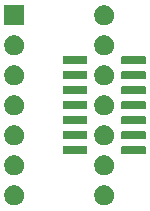
<source format=gbr>
G04 #@! TF.GenerationSoftware,KiCad,Pcbnew,(5.1.5)-3*
G04 #@! TF.CreationDate,2020-06-08T21:20:55-04:00*
G04 #@! TF.ProjectId,dip14soic,64697031-3473-46f6-9963-2e6b69636164,rev?*
G04 #@! TF.SameCoordinates,Original*
G04 #@! TF.FileFunction,Soldermask,Top*
G04 #@! TF.FilePolarity,Negative*
%FSLAX46Y46*%
G04 Gerber Fmt 4.6, Leading zero omitted, Abs format (unit mm)*
G04 Created by KiCad (PCBNEW (5.1.5)-3) date 2020-06-08 21:20:55*
%MOMM*%
%LPD*%
G04 APERTURE LIST*
%ADD10C,0.100000*%
G04 APERTURE END LIST*
D10*
G36*
X114548228Y-85541703D02*
G01*
X114703100Y-85605853D01*
X114842481Y-85698985D01*
X114961015Y-85817519D01*
X115054147Y-85956900D01*
X115118297Y-86111772D01*
X115151000Y-86276184D01*
X115151000Y-86443816D01*
X115118297Y-86608228D01*
X115054147Y-86763100D01*
X114961015Y-86902481D01*
X114842481Y-87021015D01*
X114703100Y-87114147D01*
X114548228Y-87178297D01*
X114383816Y-87211000D01*
X114216184Y-87211000D01*
X114051772Y-87178297D01*
X113896900Y-87114147D01*
X113757519Y-87021015D01*
X113638985Y-86902481D01*
X113545853Y-86763100D01*
X113481703Y-86608228D01*
X113449000Y-86443816D01*
X113449000Y-86276184D01*
X113481703Y-86111772D01*
X113545853Y-85956900D01*
X113638985Y-85817519D01*
X113757519Y-85698985D01*
X113896900Y-85605853D01*
X114051772Y-85541703D01*
X114216184Y-85509000D01*
X114383816Y-85509000D01*
X114548228Y-85541703D01*
G37*
G36*
X106928228Y-85541703D02*
G01*
X107083100Y-85605853D01*
X107222481Y-85698985D01*
X107341015Y-85817519D01*
X107434147Y-85956900D01*
X107498297Y-86111772D01*
X107531000Y-86276184D01*
X107531000Y-86443816D01*
X107498297Y-86608228D01*
X107434147Y-86763100D01*
X107341015Y-86902481D01*
X107222481Y-87021015D01*
X107083100Y-87114147D01*
X106928228Y-87178297D01*
X106763816Y-87211000D01*
X106596184Y-87211000D01*
X106431772Y-87178297D01*
X106276900Y-87114147D01*
X106137519Y-87021015D01*
X106018985Y-86902481D01*
X105925853Y-86763100D01*
X105861703Y-86608228D01*
X105829000Y-86443816D01*
X105829000Y-86276184D01*
X105861703Y-86111772D01*
X105925853Y-85956900D01*
X106018985Y-85817519D01*
X106137519Y-85698985D01*
X106276900Y-85605853D01*
X106431772Y-85541703D01*
X106596184Y-85509000D01*
X106763816Y-85509000D01*
X106928228Y-85541703D01*
G37*
G36*
X114548228Y-83001703D02*
G01*
X114703100Y-83065853D01*
X114842481Y-83158985D01*
X114961015Y-83277519D01*
X115054147Y-83416900D01*
X115118297Y-83571772D01*
X115151000Y-83736184D01*
X115151000Y-83903816D01*
X115118297Y-84068228D01*
X115054147Y-84223100D01*
X114961015Y-84362481D01*
X114842481Y-84481015D01*
X114703100Y-84574147D01*
X114548228Y-84638297D01*
X114383816Y-84671000D01*
X114216184Y-84671000D01*
X114051772Y-84638297D01*
X113896900Y-84574147D01*
X113757519Y-84481015D01*
X113638985Y-84362481D01*
X113545853Y-84223100D01*
X113481703Y-84068228D01*
X113449000Y-83903816D01*
X113449000Y-83736184D01*
X113481703Y-83571772D01*
X113545853Y-83416900D01*
X113638985Y-83277519D01*
X113757519Y-83158985D01*
X113896900Y-83065853D01*
X114051772Y-83001703D01*
X114216184Y-82969000D01*
X114383816Y-82969000D01*
X114548228Y-83001703D01*
G37*
G36*
X106928228Y-83001703D02*
G01*
X107083100Y-83065853D01*
X107222481Y-83158985D01*
X107341015Y-83277519D01*
X107434147Y-83416900D01*
X107498297Y-83571772D01*
X107531000Y-83736184D01*
X107531000Y-83903816D01*
X107498297Y-84068228D01*
X107434147Y-84223100D01*
X107341015Y-84362481D01*
X107222481Y-84481015D01*
X107083100Y-84574147D01*
X106928228Y-84638297D01*
X106763816Y-84671000D01*
X106596184Y-84671000D01*
X106431772Y-84638297D01*
X106276900Y-84574147D01*
X106137519Y-84481015D01*
X106018985Y-84362481D01*
X105925853Y-84223100D01*
X105861703Y-84068228D01*
X105829000Y-83903816D01*
X105829000Y-83736184D01*
X105861703Y-83571772D01*
X105925853Y-83416900D01*
X106018985Y-83277519D01*
X106137519Y-83158985D01*
X106276900Y-83065853D01*
X106431772Y-83001703D01*
X106596184Y-82969000D01*
X106763816Y-82969000D01*
X106928228Y-83001703D01*
G37*
G36*
X112759928Y-82201764D02*
G01*
X112781009Y-82208160D01*
X112800445Y-82218548D01*
X112817476Y-82232524D01*
X112831452Y-82249555D01*
X112841840Y-82268991D01*
X112848236Y-82290072D01*
X112851000Y-82318140D01*
X112851000Y-82781860D01*
X112848236Y-82809928D01*
X112841840Y-82831009D01*
X112831452Y-82850445D01*
X112817476Y-82867476D01*
X112800445Y-82881452D01*
X112781009Y-82891840D01*
X112759928Y-82898236D01*
X112731860Y-82901000D01*
X110918140Y-82901000D01*
X110890072Y-82898236D01*
X110868991Y-82891840D01*
X110849555Y-82881452D01*
X110832524Y-82867476D01*
X110818548Y-82850445D01*
X110808160Y-82831009D01*
X110801764Y-82809928D01*
X110799000Y-82781860D01*
X110799000Y-82318140D01*
X110801764Y-82290072D01*
X110808160Y-82268991D01*
X110818548Y-82249555D01*
X110832524Y-82232524D01*
X110849555Y-82218548D01*
X110868991Y-82208160D01*
X110890072Y-82201764D01*
X110918140Y-82199000D01*
X112731860Y-82199000D01*
X112759928Y-82201764D01*
G37*
G36*
X117709928Y-82201764D02*
G01*
X117731009Y-82208160D01*
X117750445Y-82218548D01*
X117767476Y-82232524D01*
X117781452Y-82249555D01*
X117791840Y-82268991D01*
X117798236Y-82290072D01*
X117801000Y-82318140D01*
X117801000Y-82781860D01*
X117798236Y-82809928D01*
X117791840Y-82831009D01*
X117781452Y-82850445D01*
X117767476Y-82867476D01*
X117750445Y-82881452D01*
X117731009Y-82891840D01*
X117709928Y-82898236D01*
X117681860Y-82901000D01*
X115868140Y-82901000D01*
X115840072Y-82898236D01*
X115818991Y-82891840D01*
X115799555Y-82881452D01*
X115782524Y-82867476D01*
X115768548Y-82850445D01*
X115758160Y-82831009D01*
X115751764Y-82809928D01*
X115749000Y-82781860D01*
X115749000Y-82318140D01*
X115751764Y-82290072D01*
X115758160Y-82268991D01*
X115768548Y-82249555D01*
X115782524Y-82232524D01*
X115799555Y-82218548D01*
X115818991Y-82208160D01*
X115840072Y-82201764D01*
X115868140Y-82199000D01*
X117681860Y-82199000D01*
X117709928Y-82201764D01*
G37*
G36*
X114548228Y-80461703D02*
G01*
X114703100Y-80525853D01*
X114842481Y-80618985D01*
X114961015Y-80737519D01*
X115054147Y-80876900D01*
X115118297Y-81031772D01*
X115151000Y-81196184D01*
X115151000Y-81363816D01*
X115118297Y-81528228D01*
X115054147Y-81683100D01*
X114961015Y-81822481D01*
X114842481Y-81941015D01*
X114703100Y-82034147D01*
X114548228Y-82098297D01*
X114383816Y-82131000D01*
X114216184Y-82131000D01*
X114051772Y-82098297D01*
X113896900Y-82034147D01*
X113757519Y-81941015D01*
X113638985Y-81822481D01*
X113545853Y-81683100D01*
X113481703Y-81528228D01*
X113449000Y-81363816D01*
X113449000Y-81196184D01*
X113481703Y-81031772D01*
X113545853Y-80876900D01*
X113638985Y-80737519D01*
X113757519Y-80618985D01*
X113896900Y-80525853D01*
X114051772Y-80461703D01*
X114216184Y-80429000D01*
X114383816Y-80429000D01*
X114548228Y-80461703D01*
G37*
G36*
X106928228Y-80461703D02*
G01*
X107083100Y-80525853D01*
X107222481Y-80618985D01*
X107341015Y-80737519D01*
X107434147Y-80876900D01*
X107498297Y-81031772D01*
X107531000Y-81196184D01*
X107531000Y-81363816D01*
X107498297Y-81528228D01*
X107434147Y-81683100D01*
X107341015Y-81822481D01*
X107222481Y-81941015D01*
X107083100Y-82034147D01*
X106928228Y-82098297D01*
X106763816Y-82131000D01*
X106596184Y-82131000D01*
X106431772Y-82098297D01*
X106276900Y-82034147D01*
X106137519Y-81941015D01*
X106018985Y-81822481D01*
X105925853Y-81683100D01*
X105861703Y-81528228D01*
X105829000Y-81363816D01*
X105829000Y-81196184D01*
X105861703Y-81031772D01*
X105925853Y-80876900D01*
X106018985Y-80737519D01*
X106137519Y-80618985D01*
X106276900Y-80525853D01*
X106431772Y-80461703D01*
X106596184Y-80429000D01*
X106763816Y-80429000D01*
X106928228Y-80461703D01*
G37*
G36*
X112759928Y-80931764D02*
G01*
X112781009Y-80938160D01*
X112800445Y-80948548D01*
X112817476Y-80962524D01*
X112831452Y-80979555D01*
X112841840Y-80998991D01*
X112848236Y-81020072D01*
X112851000Y-81048140D01*
X112851000Y-81511860D01*
X112848236Y-81539928D01*
X112841840Y-81561009D01*
X112831452Y-81580445D01*
X112817476Y-81597476D01*
X112800445Y-81611452D01*
X112781009Y-81621840D01*
X112759928Y-81628236D01*
X112731860Y-81631000D01*
X110918140Y-81631000D01*
X110890072Y-81628236D01*
X110868991Y-81621840D01*
X110849555Y-81611452D01*
X110832524Y-81597476D01*
X110818548Y-81580445D01*
X110808160Y-81561009D01*
X110801764Y-81539928D01*
X110799000Y-81511860D01*
X110799000Y-81048140D01*
X110801764Y-81020072D01*
X110808160Y-80998991D01*
X110818548Y-80979555D01*
X110832524Y-80962524D01*
X110849555Y-80948548D01*
X110868991Y-80938160D01*
X110890072Y-80931764D01*
X110918140Y-80929000D01*
X112731860Y-80929000D01*
X112759928Y-80931764D01*
G37*
G36*
X117709928Y-80931764D02*
G01*
X117731009Y-80938160D01*
X117750445Y-80948548D01*
X117767476Y-80962524D01*
X117781452Y-80979555D01*
X117791840Y-80998991D01*
X117798236Y-81020072D01*
X117801000Y-81048140D01*
X117801000Y-81511860D01*
X117798236Y-81539928D01*
X117791840Y-81561009D01*
X117781452Y-81580445D01*
X117767476Y-81597476D01*
X117750445Y-81611452D01*
X117731009Y-81621840D01*
X117709928Y-81628236D01*
X117681860Y-81631000D01*
X115868140Y-81631000D01*
X115840072Y-81628236D01*
X115818991Y-81621840D01*
X115799555Y-81611452D01*
X115782524Y-81597476D01*
X115768548Y-81580445D01*
X115758160Y-81561009D01*
X115751764Y-81539928D01*
X115749000Y-81511860D01*
X115749000Y-81048140D01*
X115751764Y-81020072D01*
X115758160Y-80998991D01*
X115768548Y-80979555D01*
X115782524Y-80962524D01*
X115799555Y-80948548D01*
X115818991Y-80938160D01*
X115840072Y-80931764D01*
X115868140Y-80929000D01*
X117681860Y-80929000D01*
X117709928Y-80931764D01*
G37*
G36*
X112759928Y-79661764D02*
G01*
X112781009Y-79668160D01*
X112800445Y-79678548D01*
X112817476Y-79692524D01*
X112831452Y-79709555D01*
X112841840Y-79728991D01*
X112848236Y-79750072D01*
X112851000Y-79778140D01*
X112851000Y-80241860D01*
X112848236Y-80269928D01*
X112841840Y-80291009D01*
X112831452Y-80310445D01*
X112817476Y-80327476D01*
X112800445Y-80341452D01*
X112781009Y-80351840D01*
X112759928Y-80358236D01*
X112731860Y-80361000D01*
X110918140Y-80361000D01*
X110890072Y-80358236D01*
X110868991Y-80351840D01*
X110849555Y-80341452D01*
X110832524Y-80327476D01*
X110818548Y-80310445D01*
X110808160Y-80291009D01*
X110801764Y-80269928D01*
X110799000Y-80241860D01*
X110799000Y-79778140D01*
X110801764Y-79750072D01*
X110808160Y-79728991D01*
X110818548Y-79709555D01*
X110832524Y-79692524D01*
X110849555Y-79678548D01*
X110868991Y-79668160D01*
X110890072Y-79661764D01*
X110918140Y-79659000D01*
X112731860Y-79659000D01*
X112759928Y-79661764D01*
G37*
G36*
X117709928Y-79661764D02*
G01*
X117731009Y-79668160D01*
X117750445Y-79678548D01*
X117767476Y-79692524D01*
X117781452Y-79709555D01*
X117791840Y-79728991D01*
X117798236Y-79750072D01*
X117801000Y-79778140D01*
X117801000Y-80241860D01*
X117798236Y-80269928D01*
X117791840Y-80291009D01*
X117781452Y-80310445D01*
X117767476Y-80327476D01*
X117750445Y-80341452D01*
X117731009Y-80351840D01*
X117709928Y-80358236D01*
X117681860Y-80361000D01*
X115868140Y-80361000D01*
X115840072Y-80358236D01*
X115818991Y-80351840D01*
X115799555Y-80341452D01*
X115782524Y-80327476D01*
X115768548Y-80310445D01*
X115758160Y-80291009D01*
X115751764Y-80269928D01*
X115749000Y-80241860D01*
X115749000Y-79778140D01*
X115751764Y-79750072D01*
X115758160Y-79728991D01*
X115768548Y-79709555D01*
X115782524Y-79692524D01*
X115799555Y-79678548D01*
X115818991Y-79668160D01*
X115840072Y-79661764D01*
X115868140Y-79659000D01*
X117681860Y-79659000D01*
X117709928Y-79661764D01*
G37*
G36*
X106928228Y-77921703D02*
G01*
X107083100Y-77985853D01*
X107222481Y-78078985D01*
X107341015Y-78197519D01*
X107434147Y-78336900D01*
X107498297Y-78491772D01*
X107531000Y-78656184D01*
X107531000Y-78823816D01*
X107498297Y-78988228D01*
X107434147Y-79143100D01*
X107341015Y-79282481D01*
X107222481Y-79401015D01*
X107083100Y-79494147D01*
X106928228Y-79558297D01*
X106763816Y-79591000D01*
X106596184Y-79591000D01*
X106431772Y-79558297D01*
X106276900Y-79494147D01*
X106137519Y-79401015D01*
X106018985Y-79282481D01*
X105925853Y-79143100D01*
X105861703Y-78988228D01*
X105829000Y-78823816D01*
X105829000Y-78656184D01*
X105861703Y-78491772D01*
X105925853Y-78336900D01*
X106018985Y-78197519D01*
X106137519Y-78078985D01*
X106276900Y-77985853D01*
X106431772Y-77921703D01*
X106596184Y-77889000D01*
X106763816Y-77889000D01*
X106928228Y-77921703D01*
G37*
G36*
X114548228Y-77921703D02*
G01*
X114703100Y-77985853D01*
X114842481Y-78078985D01*
X114961015Y-78197519D01*
X115054147Y-78336900D01*
X115118297Y-78491772D01*
X115151000Y-78656184D01*
X115151000Y-78823816D01*
X115118297Y-78988228D01*
X115054147Y-79143100D01*
X114961015Y-79282481D01*
X114842481Y-79401015D01*
X114703100Y-79494147D01*
X114548228Y-79558297D01*
X114383816Y-79591000D01*
X114216184Y-79591000D01*
X114051772Y-79558297D01*
X113896900Y-79494147D01*
X113757519Y-79401015D01*
X113638985Y-79282481D01*
X113545853Y-79143100D01*
X113481703Y-78988228D01*
X113449000Y-78823816D01*
X113449000Y-78656184D01*
X113481703Y-78491772D01*
X113545853Y-78336900D01*
X113638985Y-78197519D01*
X113757519Y-78078985D01*
X113896900Y-77985853D01*
X114051772Y-77921703D01*
X114216184Y-77889000D01*
X114383816Y-77889000D01*
X114548228Y-77921703D01*
G37*
G36*
X112759928Y-78391764D02*
G01*
X112781009Y-78398160D01*
X112800445Y-78408548D01*
X112817476Y-78422524D01*
X112831452Y-78439555D01*
X112841840Y-78458991D01*
X112848236Y-78480072D01*
X112851000Y-78508140D01*
X112851000Y-78971860D01*
X112848236Y-78999928D01*
X112841840Y-79021009D01*
X112831452Y-79040445D01*
X112817476Y-79057476D01*
X112800445Y-79071452D01*
X112781009Y-79081840D01*
X112759928Y-79088236D01*
X112731860Y-79091000D01*
X110918140Y-79091000D01*
X110890072Y-79088236D01*
X110868991Y-79081840D01*
X110849555Y-79071452D01*
X110832524Y-79057476D01*
X110818548Y-79040445D01*
X110808160Y-79021009D01*
X110801764Y-78999928D01*
X110799000Y-78971860D01*
X110799000Y-78508140D01*
X110801764Y-78480072D01*
X110808160Y-78458991D01*
X110818548Y-78439555D01*
X110832524Y-78422524D01*
X110849555Y-78408548D01*
X110868991Y-78398160D01*
X110890072Y-78391764D01*
X110918140Y-78389000D01*
X112731860Y-78389000D01*
X112759928Y-78391764D01*
G37*
G36*
X117709928Y-78391764D02*
G01*
X117731009Y-78398160D01*
X117750445Y-78408548D01*
X117767476Y-78422524D01*
X117781452Y-78439555D01*
X117791840Y-78458991D01*
X117798236Y-78480072D01*
X117801000Y-78508140D01*
X117801000Y-78971860D01*
X117798236Y-78999928D01*
X117791840Y-79021009D01*
X117781452Y-79040445D01*
X117767476Y-79057476D01*
X117750445Y-79071452D01*
X117731009Y-79081840D01*
X117709928Y-79088236D01*
X117681860Y-79091000D01*
X115868140Y-79091000D01*
X115840072Y-79088236D01*
X115818991Y-79081840D01*
X115799555Y-79071452D01*
X115782524Y-79057476D01*
X115768548Y-79040445D01*
X115758160Y-79021009D01*
X115751764Y-78999928D01*
X115749000Y-78971860D01*
X115749000Y-78508140D01*
X115751764Y-78480072D01*
X115758160Y-78458991D01*
X115768548Y-78439555D01*
X115782524Y-78422524D01*
X115799555Y-78408548D01*
X115818991Y-78398160D01*
X115840072Y-78391764D01*
X115868140Y-78389000D01*
X117681860Y-78389000D01*
X117709928Y-78391764D01*
G37*
G36*
X112759928Y-77121764D02*
G01*
X112781009Y-77128160D01*
X112800445Y-77138548D01*
X112817476Y-77152524D01*
X112831452Y-77169555D01*
X112841840Y-77188991D01*
X112848236Y-77210072D01*
X112851000Y-77238140D01*
X112851000Y-77701860D01*
X112848236Y-77729928D01*
X112841840Y-77751009D01*
X112831452Y-77770445D01*
X112817476Y-77787476D01*
X112800445Y-77801452D01*
X112781009Y-77811840D01*
X112759928Y-77818236D01*
X112731860Y-77821000D01*
X110918140Y-77821000D01*
X110890072Y-77818236D01*
X110868991Y-77811840D01*
X110849555Y-77801452D01*
X110832524Y-77787476D01*
X110818548Y-77770445D01*
X110808160Y-77751009D01*
X110801764Y-77729928D01*
X110799000Y-77701860D01*
X110799000Y-77238140D01*
X110801764Y-77210072D01*
X110808160Y-77188991D01*
X110818548Y-77169555D01*
X110832524Y-77152524D01*
X110849555Y-77138548D01*
X110868991Y-77128160D01*
X110890072Y-77121764D01*
X110918140Y-77119000D01*
X112731860Y-77119000D01*
X112759928Y-77121764D01*
G37*
G36*
X117709928Y-77121764D02*
G01*
X117731009Y-77128160D01*
X117750445Y-77138548D01*
X117767476Y-77152524D01*
X117781452Y-77169555D01*
X117791840Y-77188991D01*
X117798236Y-77210072D01*
X117801000Y-77238140D01*
X117801000Y-77701860D01*
X117798236Y-77729928D01*
X117791840Y-77751009D01*
X117781452Y-77770445D01*
X117767476Y-77787476D01*
X117750445Y-77801452D01*
X117731009Y-77811840D01*
X117709928Y-77818236D01*
X117681860Y-77821000D01*
X115868140Y-77821000D01*
X115840072Y-77818236D01*
X115818991Y-77811840D01*
X115799555Y-77801452D01*
X115782524Y-77787476D01*
X115768548Y-77770445D01*
X115758160Y-77751009D01*
X115751764Y-77729928D01*
X115749000Y-77701860D01*
X115749000Y-77238140D01*
X115751764Y-77210072D01*
X115758160Y-77188991D01*
X115768548Y-77169555D01*
X115782524Y-77152524D01*
X115799555Y-77138548D01*
X115818991Y-77128160D01*
X115840072Y-77121764D01*
X115868140Y-77119000D01*
X117681860Y-77119000D01*
X117709928Y-77121764D01*
G37*
G36*
X106928228Y-75381703D02*
G01*
X107083100Y-75445853D01*
X107222481Y-75538985D01*
X107341015Y-75657519D01*
X107434147Y-75796900D01*
X107498297Y-75951772D01*
X107531000Y-76116184D01*
X107531000Y-76283816D01*
X107498297Y-76448228D01*
X107434147Y-76603100D01*
X107341015Y-76742481D01*
X107222481Y-76861015D01*
X107083100Y-76954147D01*
X106928228Y-77018297D01*
X106763816Y-77051000D01*
X106596184Y-77051000D01*
X106431772Y-77018297D01*
X106276900Y-76954147D01*
X106137519Y-76861015D01*
X106018985Y-76742481D01*
X105925853Y-76603100D01*
X105861703Y-76448228D01*
X105829000Y-76283816D01*
X105829000Y-76116184D01*
X105861703Y-75951772D01*
X105925853Y-75796900D01*
X106018985Y-75657519D01*
X106137519Y-75538985D01*
X106276900Y-75445853D01*
X106431772Y-75381703D01*
X106596184Y-75349000D01*
X106763816Y-75349000D01*
X106928228Y-75381703D01*
G37*
G36*
X114548228Y-75381703D02*
G01*
X114703100Y-75445853D01*
X114842481Y-75538985D01*
X114961015Y-75657519D01*
X115054147Y-75796900D01*
X115118297Y-75951772D01*
X115151000Y-76116184D01*
X115151000Y-76283816D01*
X115118297Y-76448228D01*
X115054147Y-76603100D01*
X114961015Y-76742481D01*
X114842481Y-76861015D01*
X114703100Y-76954147D01*
X114548228Y-77018297D01*
X114383816Y-77051000D01*
X114216184Y-77051000D01*
X114051772Y-77018297D01*
X113896900Y-76954147D01*
X113757519Y-76861015D01*
X113638985Y-76742481D01*
X113545853Y-76603100D01*
X113481703Y-76448228D01*
X113449000Y-76283816D01*
X113449000Y-76116184D01*
X113481703Y-75951772D01*
X113545853Y-75796900D01*
X113638985Y-75657519D01*
X113757519Y-75538985D01*
X113896900Y-75445853D01*
X114051772Y-75381703D01*
X114216184Y-75349000D01*
X114383816Y-75349000D01*
X114548228Y-75381703D01*
G37*
G36*
X117709928Y-75851764D02*
G01*
X117731009Y-75858160D01*
X117750445Y-75868548D01*
X117767476Y-75882524D01*
X117781452Y-75899555D01*
X117791840Y-75918991D01*
X117798236Y-75940072D01*
X117801000Y-75968140D01*
X117801000Y-76431860D01*
X117798236Y-76459928D01*
X117791840Y-76481009D01*
X117781452Y-76500445D01*
X117767476Y-76517476D01*
X117750445Y-76531452D01*
X117731009Y-76541840D01*
X117709928Y-76548236D01*
X117681860Y-76551000D01*
X115868140Y-76551000D01*
X115840072Y-76548236D01*
X115818991Y-76541840D01*
X115799555Y-76531452D01*
X115782524Y-76517476D01*
X115768548Y-76500445D01*
X115758160Y-76481009D01*
X115751764Y-76459928D01*
X115749000Y-76431860D01*
X115749000Y-75968140D01*
X115751764Y-75940072D01*
X115758160Y-75918991D01*
X115768548Y-75899555D01*
X115782524Y-75882524D01*
X115799555Y-75868548D01*
X115818991Y-75858160D01*
X115840072Y-75851764D01*
X115868140Y-75849000D01*
X117681860Y-75849000D01*
X117709928Y-75851764D01*
G37*
G36*
X112759928Y-75851764D02*
G01*
X112781009Y-75858160D01*
X112800445Y-75868548D01*
X112817476Y-75882524D01*
X112831452Y-75899555D01*
X112841840Y-75918991D01*
X112848236Y-75940072D01*
X112851000Y-75968140D01*
X112851000Y-76431860D01*
X112848236Y-76459928D01*
X112841840Y-76481009D01*
X112831452Y-76500445D01*
X112817476Y-76517476D01*
X112800445Y-76531452D01*
X112781009Y-76541840D01*
X112759928Y-76548236D01*
X112731860Y-76551000D01*
X110918140Y-76551000D01*
X110890072Y-76548236D01*
X110868991Y-76541840D01*
X110849555Y-76531452D01*
X110832524Y-76517476D01*
X110818548Y-76500445D01*
X110808160Y-76481009D01*
X110801764Y-76459928D01*
X110799000Y-76431860D01*
X110799000Y-75968140D01*
X110801764Y-75940072D01*
X110808160Y-75918991D01*
X110818548Y-75899555D01*
X110832524Y-75882524D01*
X110849555Y-75868548D01*
X110868991Y-75858160D01*
X110890072Y-75851764D01*
X110918140Y-75849000D01*
X112731860Y-75849000D01*
X112759928Y-75851764D01*
G37*
G36*
X117709928Y-74581764D02*
G01*
X117731009Y-74588160D01*
X117750445Y-74598548D01*
X117767476Y-74612524D01*
X117781452Y-74629555D01*
X117791840Y-74648991D01*
X117798236Y-74670072D01*
X117801000Y-74698140D01*
X117801000Y-75161860D01*
X117798236Y-75189928D01*
X117791840Y-75211009D01*
X117781452Y-75230445D01*
X117767476Y-75247476D01*
X117750445Y-75261452D01*
X117731009Y-75271840D01*
X117709928Y-75278236D01*
X117681860Y-75281000D01*
X115868140Y-75281000D01*
X115840072Y-75278236D01*
X115818991Y-75271840D01*
X115799555Y-75261452D01*
X115782524Y-75247476D01*
X115768548Y-75230445D01*
X115758160Y-75211009D01*
X115751764Y-75189928D01*
X115749000Y-75161860D01*
X115749000Y-74698140D01*
X115751764Y-74670072D01*
X115758160Y-74648991D01*
X115768548Y-74629555D01*
X115782524Y-74612524D01*
X115799555Y-74598548D01*
X115818991Y-74588160D01*
X115840072Y-74581764D01*
X115868140Y-74579000D01*
X117681860Y-74579000D01*
X117709928Y-74581764D01*
G37*
G36*
X112759928Y-74581764D02*
G01*
X112781009Y-74588160D01*
X112800445Y-74598548D01*
X112817476Y-74612524D01*
X112831452Y-74629555D01*
X112841840Y-74648991D01*
X112848236Y-74670072D01*
X112851000Y-74698140D01*
X112851000Y-75161860D01*
X112848236Y-75189928D01*
X112841840Y-75211009D01*
X112831452Y-75230445D01*
X112817476Y-75247476D01*
X112800445Y-75261452D01*
X112781009Y-75271840D01*
X112759928Y-75278236D01*
X112731860Y-75281000D01*
X110918140Y-75281000D01*
X110890072Y-75278236D01*
X110868991Y-75271840D01*
X110849555Y-75261452D01*
X110832524Y-75247476D01*
X110818548Y-75230445D01*
X110808160Y-75211009D01*
X110801764Y-75189928D01*
X110799000Y-75161860D01*
X110799000Y-74698140D01*
X110801764Y-74670072D01*
X110808160Y-74648991D01*
X110818548Y-74629555D01*
X110832524Y-74612524D01*
X110849555Y-74598548D01*
X110868991Y-74588160D01*
X110890072Y-74581764D01*
X110918140Y-74579000D01*
X112731860Y-74579000D01*
X112759928Y-74581764D01*
G37*
G36*
X114548228Y-72841703D02*
G01*
X114703100Y-72905853D01*
X114842481Y-72998985D01*
X114961015Y-73117519D01*
X115054147Y-73256900D01*
X115118297Y-73411772D01*
X115151000Y-73576184D01*
X115151000Y-73743816D01*
X115118297Y-73908228D01*
X115054147Y-74063100D01*
X114961015Y-74202481D01*
X114842481Y-74321015D01*
X114703100Y-74414147D01*
X114548228Y-74478297D01*
X114383816Y-74511000D01*
X114216184Y-74511000D01*
X114051772Y-74478297D01*
X113896900Y-74414147D01*
X113757519Y-74321015D01*
X113638985Y-74202481D01*
X113545853Y-74063100D01*
X113481703Y-73908228D01*
X113449000Y-73743816D01*
X113449000Y-73576184D01*
X113481703Y-73411772D01*
X113545853Y-73256900D01*
X113638985Y-73117519D01*
X113757519Y-72998985D01*
X113896900Y-72905853D01*
X114051772Y-72841703D01*
X114216184Y-72809000D01*
X114383816Y-72809000D01*
X114548228Y-72841703D01*
G37*
G36*
X106928228Y-72841703D02*
G01*
X107083100Y-72905853D01*
X107222481Y-72998985D01*
X107341015Y-73117519D01*
X107434147Y-73256900D01*
X107498297Y-73411772D01*
X107531000Y-73576184D01*
X107531000Y-73743816D01*
X107498297Y-73908228D01*
X107434147Y-74063100D01*
X107341015Y-74202481D01*
X107222481Y-74321015D01*
X107083100Y-74414147D01*
X106928228Y-74478297D01*
X106763816Y-74511000D01*
X106596184Y-74511000D01*
X106431772Y-74478297D01*
X106276900Y-74414147D01*
X106137519Y-74321015D01*
X106018985Y-74202481D01*
X105925853Y-74063100D01*
X105861703Y-73908228D01*
X105829000Y-73743816D01*
X105829000Y-73576184D01*
X105861703Y-73411772D01*
X105925853Y-73256900D01*
X106018985Y-73117519D01*
X106137519Y-72998985D01*
X106276900Y-72905853D01*
X106431772Y-72841703D01*
X106596184Y-72809000D01*
X106763816Y-72809000D01*
X106928228Y-72841703D01*
G37*
G36*
X114548228Y-70301703D02*
G01*
X114703100Y-70365853D01*
X114842481Y-70458985D01*
X114961015Y-70577519D01*
X115054147Y-70716900D01*
X115118297Y-70871772D01*
X115151000Y-71036184D01*
X115151000Y-71203816D01*
X115118297Y-71368228D01*
X115054147Y-71523100D01*
X114961015Y-71662481D01*
X114842481Y-71781015D01*
X114703100Y-71874147D01*
X114548228Y-71938297D01*
X114383816Y-71971000D01*
X114216184Y-71971000D01*
X114051772Y-71938297D01*
X113896900Y-71874147D01*
X113757519Y-71781015D01*
X113638985Y-71662481D01*
X113545853Y-71523100D01*
X113481703Y-71368228D01*
X113449000Y-71203816D01*
X113449000Y-71036184D01*
X113481703Y-70871772D01*
X113545853Y-70716900D01*
X113638985Y-70577519D01*
X113757519Y-70458985D01*
X113896900Y-70365853D01*
X114051772Y-70301703D01*
X114216184Y-70269000D01*
X114383816Y-70269000D01*
X114548228Y-70301703D01*
G37*
G36*
X107531000Y-71971000D02*
G01*
X105829000Y-71971000D01*
X105829000Y-70269000D01*
X107531000Y-70269000D01*
X107531000Y-71971000D01*
G37*
M02*

</source>
